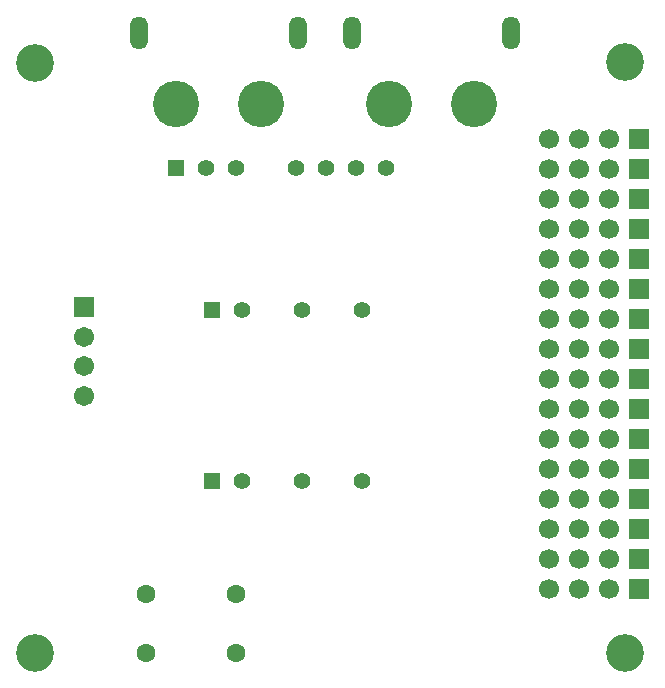
<source format=gbs>
%TF.GenerationSoftware,KiCad,Pcbnew,9.0.4*%
%TF.CreationDate,2025-09-18T02:32:27+09:00*%
%TF.ProjectId,CAN_Isolation_mini,43414e5f-4973-46f6-9c61-74696f6e5f6d,Ver.1.0*%
%TF.SameCoordinates,Original*%
%TF.FileFunction,Soldermask,Bot*%
%TF.FilePolarity,Negative*%
%FSLAX46Y46*%
G04 Gerber Fmt 4.6, Leading zero omitted, Abs format (unit mm)*
G04 Created by KiCad (PCBNEW 9.0.4) date 2025-09-18 02:32:27*
%MOMM*%
%LPD*%
G01*
G04 APERTURE LIST*
G04 Aperture macros list*
%AMRoundRect*
0 Rectangle with rounded corners*
0 $1 Rounding radius*
0 $2 $3 $4 $5 $6 $7 $8 $9 X,Y pos of 4 corners*
0 Add a 4 corners polygon primitive as box body*
4,1,4,$2,$3,$4,$5,$6,$7,$8,$9,$2,$3,0*
0 Add four circle primitives for the rounded corners*
1,1,$1+$1,$2,$3*
1,1,$1+$1,$4,$5*
1,1,$1+$1,$6,$7*
1,1,$1+$1,$8,$9*
0 Add four rect primitives between the rounded corners*
20,1,$1+$1,$2,$3,$4,$5,0*
20,1,$1+$1,$4,$5,$6,$7,0*
20,1,$1+$1,$6,$7,$8,$9,0*
20,1,$1+$1,$8,$9,$2,$3,0*%
G04 Aperture macros list end*
%ADD10C,3.200000*%
%ADD11R,1.700000X1.700000*%
%ADD12C,1.700000*%
%ADD13RoundRect,0.102000X-0.754000X0.754000X-0.754000X-0.754000X0.754000X-0.754000X0.754000X0.754000X0*%
%ADD14C,1.712000*%
%ADD15C,1.600000*%
%ADD16C,3.920000*%
%ADD17O,1.504000X2.804000*%
%ADD18R,1.397000X1.397000*%
%ADD19C,1.397000*%
G04 APERTURE END LIST*
D10*
%TO.C,REF\u002A\u002A*%
X143657095Y-72818000D03*
%TD*%
D11*
%TO.C,J6*%
X144810000Y-89500000D03*
D12*
X142270000Y-89500000D03*
X139730000Y-89500000D03*
X137190000Y-89500000D03*
%TD*%
D10*
%TO.C,REF\u002A\u002A*%
X93657095Y-122794905D03*
%TD*%
D11*
%TO.C,J3*%
X144810000Y-81880000D03*
D12*
X142270000Y-81880000D03*
X139730000Y-81880000D03*
X137190000Y-81880000D03*
%TD*%
D13*
%TO.C,J1*%
X97857095Y-93544905D03*
D14*
X97857095Y-96044905D03*
X97857095Y-98544905D03*
X97857095Y-101044905D03*
%TD*%
D11*
%TO.C,J8*%
X144810000Y-94580000D03*
D12*
X142270000Y-94580000D03*
X139730000Y-94580000D03*
X137190000Y-94580000D03*
%TD*%
D11*
%TO.C,J11*%
X144810000Y-102200000D03*
D12*
X142270000Y-102200000D03*
X139730000Y-102200000D03*
X137190000Y-102200000D03*
%TD*%
D11*
%TO.C,J17*%
X144810000Y-117440000D03*
D12*
X142270000Y-117440000D03*
X139730000Y-117440000D03*
X137190000Y-117440000D03*
%TD*%
D11*
%TO.C,J15*%
X144810000Y-112360000D03*
D12*
X142270000Y-112360000D03*
X139730000Y-112360000D03*
X137190000Y-112360000D03*
%TD*%
D11*
%TO.C,J13*%
X144810000Y-107280000D03*
D12*
X142270000Y-107280000D03*
X139730000Y-107280000D03*
X137190000Y-107280000D03*
%TD*%
D15*
%TO.C,R12*%
X103037095Y-117809000D03*
X110657095Y-117809000D03*
%TD*%
D16*
%TO.C,J21*%
X112801000Y-76327000D03*
X105601000Y-76327000D03*
D17*
X115951000Y-70327000D03*
X102451000Y-70327000D03*
%TD*%
D11*
%TO.C,J16*%
X144810000Y-114900000D03*
D12*
X142270000Y-114900000D03*
X139730000Y-114900000D03*
X137190000Y-114900000D03*
%TD*%
D11*
%TO.C,J7*%
X144810000Y-92040000D03*
D12*
X142270000Y-92040000D03*
X139730000Y-92040000D03*
X137190000Y-92040000D03*
%TD*%
D11*
%TO.C,J10*%
X144810000Y-99660000D03*
D12*
X142270000Y-99660000D03*
X139730000Y-99660000D03*
X137190000Y-99660000D03*
%TD*%
D10*
%TO.C,REF\u002A\u002A*%
X143657095Y-122794905D03*
%TD*%
D18*
%TO.C,U3*%
X108680095Y-93785000D03*
D19*
X111220095Y-93785000D03*
X116300095Y-93785000D03*
X121380095Y-93785000D03*
%TD*%
D18*
%TO.C,U4*%
X108680095Y-108285000D03*
D19*
X111220095Y-108285000D03*
X116300095Y-108285000D03*
X121380095Y-108285000D03*
%TD*%
D11*
%TO.C,J9*%
X144810000Y-97120000D03*
D12*
X142270000Y-97120000D03*
X139730000Y-97120000D03*
X137190000Y-97120000D03*
%TD*%
D18*
%TO.C,U7*%
X105608000Y-81741000D03*
D19*
X108148000Y-81741000D03*
X110688000Y-81741000D03*
X115768000Y-81741000D03*
X118308000Y-81741000D03*
X120848000Y-81741000D03*
X123388000Y-81741000D03*
%TD*%
D15*
%TO.C,R11*%
X110657095Y-122809000D03*
X103037095Y-122809000D03*
%TD*%
D10*
%TO.C,REF\u002A\u002A*%
X93657095Y-72825436D03*
%TD*%
D11*
%TO.C,J2*%
X144810000Y-79340000D03*
D12*
X142270000Y-79340000D03*
X139730000Y-79340000D03*
X137190000Y-79340000D03*
%TD*%
D11*
%TO.C,J5*%
X144810000Y-86960000D03*
D12*
X142270000Y-86960000D03*
X139730000Y-86960000D03*
X137190000Y-86960000D03*
%TD*%
D11*
%TO.C,J14*%
X144810000Y-109820000D03*
D12*
X142270000Y-109820000D03*
X139730000Y-109820000D03*
X137190000Y-109820000D03*
%TD*%
D11*
%TO.C,J4*%
X144810000Y-84420000D03*
D12*
X142270000Y-84420000D03*
X139730000Y-84420000D03*
X137190000Y-84420000D03*
%TD*%
D11*
%TO.C,J12*%
X144810000Y-104740000D03*
D12*
X142270000Y-104740000D03*
X139730000Y-104740000D03*
X137190000Y-104740000D03*
%TD*%
D16*
%TO.C,J22*%
X130835000Y-76358000D03*
X123635000Y-76358000D03*
D17*
X133985000Y-70358000D03*
X120485000Y-70358000D03*
%TD*%
M02*

</source>
